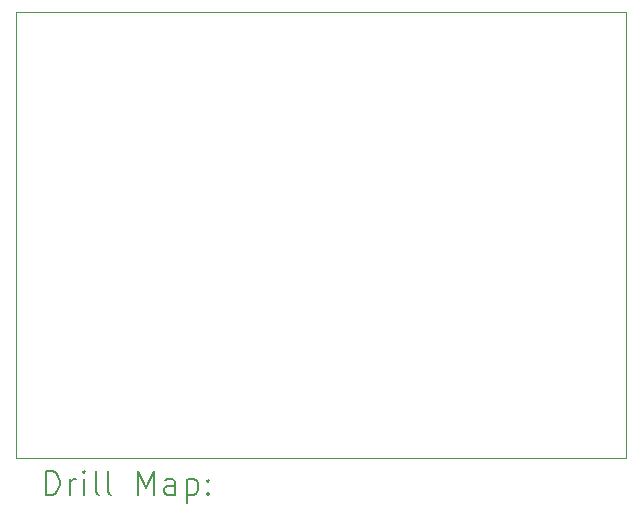
<source format=gbr>
%TF.GenerationSoftware,KiCad,Pcbnew,8.0.5*%
%TF.CreationDate,2025-01-24T13:28:19-08:00*%
%TF.ProjectId,LTC3556_v1.2a,4c544333-3535-4365-9f76-312e32612e6b,rev?*%
%TF.SameCoordinates,Original*%
%TF.FileFunction,Drillmap*%
%TF.FilePolarity,Positive*%
%FSLAX45Y45*%
G04 Gerber Fmt 4.5, Leading zero omitted, Abs format (unit mm)*
G04 Created by KiCad (PCBNEW 8.0.5) date 2025-01-24 13:28:19*
%MOMM*%
%LPD*%
G01*
G04 APERTURE LIST*
%ADD10C,0.050000*%
%ADD11C,0.200000*%
G04 APERTURE END LIST*
D10*
X12146500Y-7280000D02*
X17312500Y-7280000D01*
X17312500Y-11053000D01*
X12146500Y-11053000D01*
X12146500Y-7280000D01*
D11*
X12404777Y-11366984D02*
X12404777Y-11166984D01*
X12404777Y-11166984D02*
X12452396Y-11166984D01*
X12452396Y-11166984D02*
X12480967Y-11176508D01*
X12480967Y-11176508D02*
X12500015Y-11195555D01*
X12500015Y-11195555D02*
X12509539Y-11214603D01*
X12509539Y-11214603D02*
X12519062Y-11252698D01*
X12519062Y-11252698D02*
X12519062Y-11281269D01*
X12519062Y-11281269D02*
X12509539Y-11319365D01*
X12509539Y-11319365D02*
X12500015Y-11338412D01*
X12500015Y-11338412D02*
X12480967Y-11357460D01*
X12480967Y-11357460D02*
X12452396Y-11366984D01*
X12452396Y-11366984D02*
X12404777Y-11366984D01*
X12604777Y-11366984D02*
X12604777Y-11233650D01*
X12604777Y-11271746D02*
X12614301Y-11252698D01*
X12614301Y-11252698D02*
X12623824Y-11243174D01*
X12623824Y-11243174D02*
X12642872Y-11233650D01*
X12642872Y-11233650D02*
X12661920Y-11233650D01*
X12728586Y-11366984D02*
X12728586Y-11233650D01*
X12728586Y-11166984D02*
X12719062Y-11176508D01*
X12719062Y-11176508D02*
X12728586Y-11186031D01*
X12728586Y-11186031D02*
X12738110Y-11176508D01*
X12738110Y-11176508D02*
X12728586Y-11166984D01*
X12728586Y-11166984D02*
X12728586Y-11186031D01*
X12852396Y-11366984D02*
X12833348Y-11357460D01*
X12833348Y-11357460D02*
X12823824Y-11338412D01*
X12823824Y-11338412D02*
X12823824Y-11166984D01*
X12957158Y-11366984D02*
X12938110Y-11357460D01*
X12938110Y-11357460D02*
X12928586Y-11338412D01*
X12928586Y-11338412D02*
X12928586Y-11166984D01*
X13185729Y-11366984D02*
X13185729Y-11166984D01*
X13185729Y-11166984D02*
X13252396Y-11309841D01*
X13252396Y-11309841D02*
X13319062Y-11166984D01*
X13319062Y-11166984D02*
X13319062Y-11366984D01*
X13500015Y-11366984D02*
X13500015Y-11262222D01*
X13500015Y-11262222D02*
X13490491Y-11243174D01*
X13490491Y-11243174D02*
X13471443Y-11233650D01*
X13471443Y-11233650D02*
X13433348Y-11233650D01*
X13433348Y-11233650D02*
X13414301Y-11243174D01*
X13500015Y-11357460D02*
X13480967Y-11366984D01*
X13480967Y-11366984D02*
X13433348Y-11366984D01*
X13433348Y-11366984D02*
X13414301Y-11357460D01*
X13414301Y-11357460D02*
X13404777Y-11338412D01*
X13404777Y-11338412D02*
X13404777Y-11319365D01*
X13404777Y-11319365D02*
X13414301Y-11300317D01*
X13414301Y-11300317D02*
X13433348Y-11290793D01*
X13433348Y-11290793D02*
X13480967Y-11290793D01*
X13480967Y-11290793D02*
X13500015Y-11281269D01*
X13595253Y-11233650D02*
X13595253Y-11433650D01*
X13595253Y-11243174D02*
X13614301Y-11233650D01*
X13614301Y-11233650D02*
X13652396Y-11233650D01*
X13652396Y-11233650D02*
X13671443Y-11243174D01*
X13671443Y-11243174D02*
X13680967Y-11252698D01*
X13680967Y-11252698D02*
X13690491Y-11271746D01*
X13690491Y-11271746D02*
X13690491Y-11328888D01*
X13690491Y-11328888D02*
X13680967Y-11347936D01*
X13680967Y-11347936D02*
X13671443Y-11357460D01*
X13671443Y-11357460D02*
X13652396Y-11366984D01*
X13652396Y-11366984D02*
X13614301Y-11366984D01*
X13614301Y-11366984D02*
X13595253Y-11357460D01*
X13776205Y-11347936D02*
X13785729Y-11357460D01*
X13785729Y-11357460D02*
X13776205Y-11366984D01*
X13776205Y-11366984D02*
X13766682Y-11357460D01*
X13766682Y-11357460D02*
X13776205Y-11347936D01*
X13776205Y-11347936D02*
X13776205Y-11366984D01*
X13776205Y-11243174D02*
X13785729Y-11252698D01*
X13785729Y-11252698D02*
X13776205Y-11262222D01*
X13776205Y-11262222D02*
X13766682Y-11252698D01*
X13766682Y-11252698D02*
X13776205Y-11243174D01*
X13776205Y-11243174D02*
X13776205Y-11262222D01*
M02*

</source>
